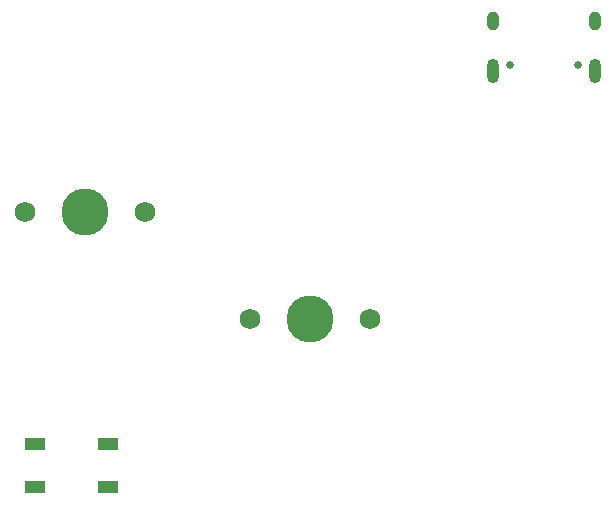
<source format=gbr>
%TF.GenerationSoftware,KiCad,Pcbnew,(6.0.7)*%
%TF.CreationDate,2022-08-09T22:59:19+07:00*%
%TF.ProjectId,Keypad-3,4b657970-6164-42d3-932e-6b696361645f,rev?*%
%TF.SameCoordinates,Original*%
%TF.FileFunction,Soldermask,Top*%
%TF.FilePolarity,Negative*%
%FSLAX46Y46*%
G04 Gerber Fmt 4.6, Leading zero omitted, Abs format (unit mm)*
G04 Created by KiCad (PCBNEW (6.0.7)) date 2022-08-09 22:59:19*
%MOMM*%
%LPD*%
G01*
G04 APERTURE LIST*
%ADD10R,1.800000X1.100000*%
%ADD11C,3.987800*%
%ADD12C,1.750000*%
%ADD13C,0.650000*%
%ADD14O,1.000000X2.100000*%
%ADD15O,1.000000X1.600000*%
G04 APERTURE END LIST*
D10*
%TO.C,SW1*%
X160580000Y-134996800D03*
X154380000Y-131296800D03*
X160580000Y-131296800D03*
X154380000Y-134996800D03*
%TD*%
D11*
%TO.C,MX1*%
X158597600Y-111684800D03*
D12*
X153517600Y-111684800D03*
X163677600Y-111684800D03*
%TD*%
D11*
%TO.C,MX2*%
X177647600Y-120701800D03*
D12*
X172567600Y-120701800D03*
X182727600Y-120701800D03*
%TD*%
D13*
%TO.C,J1*%
X200337768Y-99195000D03*
X194557768Y-99195000D03*
D14*
X201767768Y-99725000D03*
X193127768Y-99725000D03*
D15*
X201767768Y-95545000D03*
X193127768Y-95545000D03*
%TD*%
M02*

</source>
